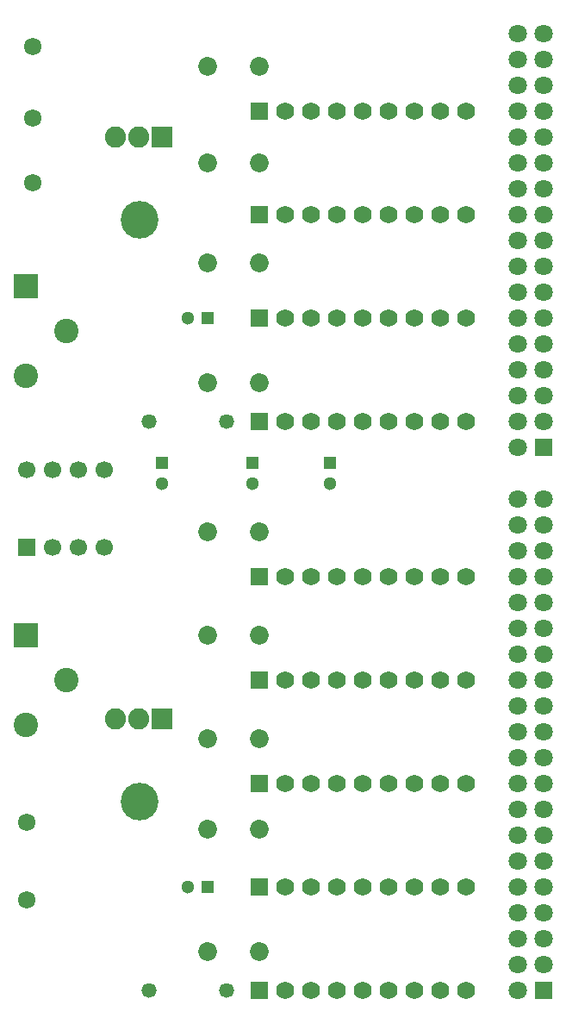
<source format=gbr>
G04 DipTrace 4.3.0.5*
G04 BottomMask.gbr*
%MOMM*%
G04 #@! TF.FileFunction,Soldermask,Bot*
G04 #@! TF.Part,Single*
%ADD54C,2.4*%
%ADD56R,2.4X2.4*%
%ADD58C,1.7*%
%ADD59C,1.3*%
%ADD60R,1.7X1.7*%
%ADD61R,1.3X1.3*%
%ADD62C,1.724*%
%ADD64C,1.76*%
%ADD66R,1.76X1.76*%
%ADD68C,1.47*%
%ADD70C,1.47*%
%ADD72C,2.08*%
%ADD74R,2.08X2.08*%
%ADD76C,3.7*%
%ADD77C,1.8*%
%ADD79R,1.8X1.8*%
%ADD81C,1.85*%
%FSLAX35Y35*%
G04*
G71*
G90*
G75*
G01*
G04 BotMask*
%LPD*%
D61*
X-2349504Y481000D3*
D59*
X-2349496Y281000D3*
D61*
X-4000503Y481000D3*
D59*
X-4000497Y281000D3*
D61*
X-3111500Y481000D3*
D59*
Y281000D3*
D61*
X-3551250Y-3682996D3*
D59*
X-3751250Y-3683004D3*
D61*
X-3551250Y1905002D3*
D59*
X-3751250Y1904998D3*
D81*
X-3556000Y-3111500D3*
X-3048000D3*
X-3556000Y-4318000D3*
X-3048000D3*
X-3556000Y-1206500D3*
X-3048000D3*
X-3556000Y-190500D3*
X-3048000D3*
X-3556000Y-2222500D3*
X-3048000D3*
X-3556000Y1270000D3*
X-3048000D3*
X-3556000Y2444750D3*
X-3048000D3*
X-3556000Y3429000D3*
X-3048000D3*
X-3556000Y4381500D3*
X-3048000D3*
D79*
X-254500Y635000D3*
D77*
X-508500D3*
X-254500Y889000D3*
X-508500D3*
X-254500Y1143000D3*
X-508500D3*
X-254500Y1397000D3*
X-508500D3*
X-254500Y1651000D3*
X-508500D3*
X-254500Y1905000D3*
X-508500D3*
X-254500Y2159000D3*
X-508500D3*
X-254500Y2413000D3*
X-508500D3*
X-254500Y2667000D3*
X-508500D3*
X-254500Y2921000D3*
X-508500D3*
X-254500Y3175000D3*
X-508500D3*
X-254500Y3429000D3*
X-508500D3*
X-254500Y3683000D3*
X-508500D3*
X-254500Y3937000D3*
X-508500D3*
X-254500Y4191000D3*
X-508500D3*
X-254500Y4445000D3*
X-508500D3*
X-254500Y4699000D3*
X-508500D3*
D79*
X-254000Y-4699000D3*
D77*
X-508000D3*
X-254000Y-4445000D3*
X-508000D3*
X-254000Y-4191000D3*
X-508000D3*
X-254000Y-3937000D3*
X-508000D3*
X-254000Y-3683000D3*
X-508000D3*
X-254000Y-3429000D3*
X-508000D3*
X-254000Y-3175000D3*
X-508000D3*
X-254000Y-2921000D3*
X-508000D3*
X-254000Y-2667000D3*
X-508000D3*
X-254000Y-2413000D3*
X-508000D3*
X-254000Y-2159000D3*
X-508000D3*
X-254000Y-1905000D3*
X-508000D3*
X-254000Y-1651000D3*
X-508000D3*
X-254000Y-1397000D3*
X-508000D3*
X-254000Y-1143000D3*
X-508000D3*
X-254000Y-889000D3*
X-508000D3*
X-254000Y-635000D3*
X-508000D3*
X-254000Y-381000D3*
X-508000D3*
X-254000Y-127000D3*
X-508000D3*
X-254000Y127000D3*
X-508000D3*
D76*
X-4222750Y2873377D3*
Y-2841623D3*
D74*
X-4000500Y-2032000D3*
D72*
X-4229500D3*
X-4458500D3*
D74*
X-4000500Y3683000D3*
D72*
X-4229500D3*
X-4458500D3*
D70*
X-3365500Y-4699000D3*
D68*
X-4127500D3*
D70*
X-3365500Y889011D3*
D68*
X-4127500Y888989D3*
D66*
X-3048001Y-3683030D3*
D64*
X-2794001Y-3683022D3*
X-2540001Y-3683015D3*
X-2286001Y-3683007D3*
X-2032001Y-3683000D3*
X-1778001Y-3682993D3*
X-1524001Y-3682985D3*
X-1270001Y-3682978D3*
X-1016001Y-3682970D3*
D66*
X-3048000Y-4699000D3*
D64*
X-2794000D3*
X-2540000D3*
X-2286000D3*
X-2032000D3*
X-1778000D3*
X-1524000D3*
X-1270000D3*
X-1016000D3*
D66*
X-3048001Y-1651030D3*
D64*
X-2794001Y-1651022D3*
X-2540001Y-1651015D3*
X-2286001Y-1651007D3*
X-2032001Y-1651000D3*
X-1778001Y-1650993D3*
X-1524001Y-1650985D3*
X-1270001Y-1650978D3*
X-1016001Y-1650970D3*
D66*
X-3048001Y-635030D3*
D64*
X-2794001Y-635022D3*
X-2540001Y-635015D3*
X-2286001Y-635007D3*
X-2032001Y-635000D3*
X-1778001Y-634993D3*
X-1524001Y-634985D3*
X-1270001Y-634978D3*
X-1016001Y-634970D3*
D66*
X-3048000Y-2667000D3*
D64*
X-2794000D3*
X-2540000D3*
X-2286000D3*
X-2032000D3*
X-1778000D3*
X-1524000D3*
X-1270000D3*
X-1016000D3*
D66*
X-3048001Y888970D3*
D64*
X-2794001Y888978D3*
X-2540001Y888985D3*
X-2286001Y888993D3*
X-2032001Y889000D3*
X-1778001Y889007D3*
X-1524001Y889015D3*
X-1270001Y889022D3*
X-1016001Y889030D3*
D66*
X-3048000Y1905000D3*
D64*
X-2794000D3*
X-2540000D3*
X-2286000D3*
X-2032000D3*
X-1778000D3*
X-1524000D3*
X-1270000D3*
X-1016000D3*
D66*
X-3048000Y2921000D3*
D64*
X-2794000D3*
X-2540000D3*
X-2286000D3*
X-2032000D3*
X-1778000D3*
X-1524000D3*
X-1270000D3*
X-1016000D3*
D66*
X-3048001Y3936970D3*
D64*
X-2794001Y3936978D3*
X-2540001Y3936985D3*
X-2286001Y3936993D3*
X-2032001Y3937000D3*
X-1778001Y3937007D3*
X-1524001Y3937015D3*
X-1270001Y3937022D3*
X-1016001Y3937030D3*
D62*
X-5270500Y4572000D3*
X-5334000Y-3048000D3*
Y-3810000D3*
X-5270500Y3238500D3*
Y3873500D3*
D60*
X-5333993Y-349257D3*
D58*
X-5079993Y-349252D3*
X-4825993Y-349248D3*
X-4571993Y-349243D3*
X-4572007Y412757D3*
X-4826007Y412752D3*
X-5080007Y412748D3*
X-5334007Y412743D3*
D56*
X-5341513Y-1214003D3*
D54*
X-4945500Y-1650991D3*
X-5341487Y-2088003D3*
D56*
X-5341500Y2215000D3*
D54*
X-4945500Y1778000D3*
X-5341500Y1341000D3*
M02*

</source>
